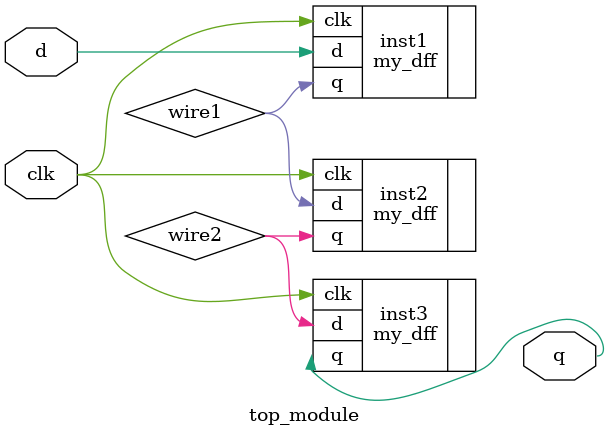
<source format=v>
module top_module ( input clk, input d, output q );
    wire wire1, wire2;
    my_dff inst1(.clk(clk), .d(d), .q(wire1));
    my_dff inst2(.clk(clk), .d(wire1), .q(wire2));
    my_dff inst3(.clk(clk), .d(wire2), .q(q));
endmodule

</source>
